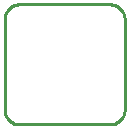
<source format=gko>
G04 EAGLE Gerber X2 export*
G75*
%MOMM*%
%FSLAX34Y34*%
%LPD*%
%AMOC8*
5,1,8,0,0,1.08239X$1,22.5*%
G01*
%ADD10C,0.254000*%


D10*
X0Y12700D02*
X48Y11593D01*
X193Y10495D01*
X433Y9413D01*
X766Y8356D01*
X1190Y7333D01*
X1701Y6350D01*
X2297Y5416D01*
X2971Y4537D01*
X3720Y3720D01*
X4537Y2971D01*
X5416Y2297D01*
X6350Y1701D01*
X7333Y1190D01*
X8356Y766D01*
X9413Y433D01*
X10495Y193D01*
X11593Y48D01*
X12700Y0D01*
X88900Y0D01*
X90007Y48D01*
X91105Y193D01*
X92187Y433D01*
X93244Y766D01*
X94267Y1190D01*
X95250Y1701D01*
X96184Y2297D01*
X97063Y2971D01*
X97880Y3720D01*
X98629Y4537D01*
X99303Y5416D01*
X99899Y6350D01*
X100410Y7333D01*
X100834Y8356D01*
X101167Y9413D01*
X101407Y10495D01*
X101552Y11593D01*
X101600Y12700D01*
X101600Y88900D01*
X101552Y90007D01*
X101407Y91105D01*
X101167Y92187D01*
X100834Y93244D01*
X100410Y94267D01*
X99899Y95250D01*
X99303Y96184D01*
X98629Y97063D01*
X97880Y97880D01*
X97063Y98629D01*
X96184Y99303D01*
X95250Y99899D01*
X94267Y100410D01*
X93244Y100834D01*
X92187Y101167D01*
X91105Y101407D01*
X90007Y101552D01*
X88900Y101600D01*
X12700Y101600D01*
X11593Y101552D01*
X10495Y101407D01*
X9413Y101167D01*
X8356Y100834D01*
X7333Y100410D01*
X6350Y99899D01*
X5416Y99303D01*
X4537Y98629D01*
X3720Y97880D01*
X2971Y97063D01*
X2297Y96184D01*
X1701Y95250D01*
X1190Y94267D01*
X766Y93244D01*
X433Y92187D01*
X193Y91105D01*
X48Y90007D01*
X0Y88900D01*
X0Y12700D01*
M02*

</source>
